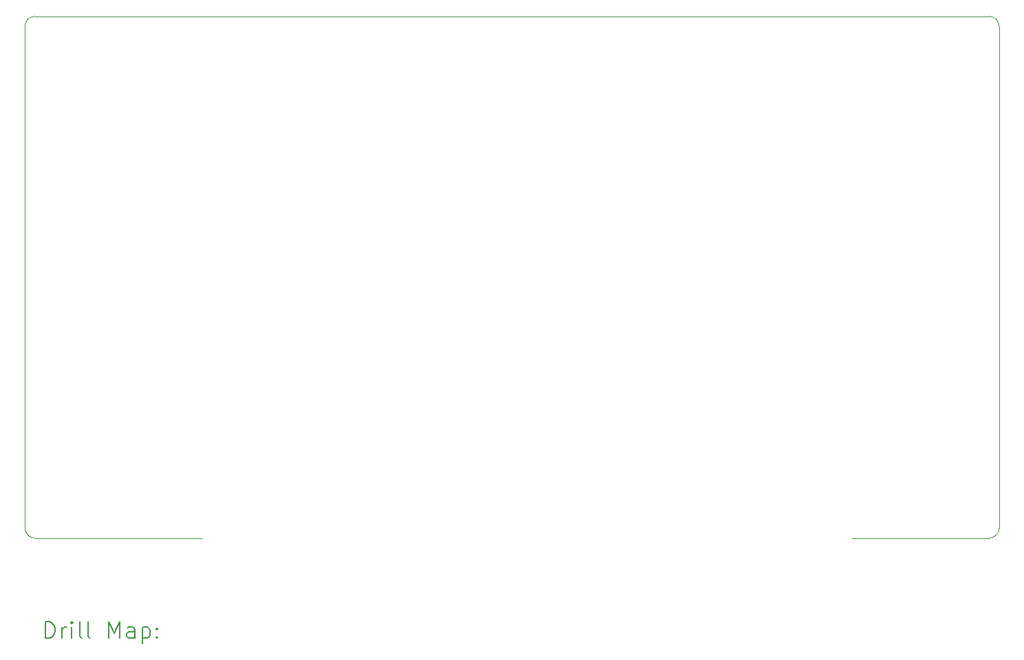
<source format=gbr>
%TF.GenerationSoftware,KiCad,Pcbnew,7.0.6*%
%TF.CreationDate,2023-07-08T15:29:32+08:00*%
%TF.ProjectId,SerialBoard,53657269-616c-4426-9f61-72642e6b6963,rev?*%
%TF.SameCoordinates,Original*%
%TF.FileFunction,Drillmap*%
%TF.FilePolarity,Positive*%
%FSLAX45Y45*%
G04 Gerber Fmt 4.5, Leading zero omitted, Abs format (unit mm)*
G04 Created by KiCad (PCBNEW 7.0.6) date 2023-07-08 15:29:32*
%MOMM*%
%LPD*%
G01*
G04 APERTURE LIST*
%ADD10C,0.100000*%
%ADD11C,0.200000*%
G04 APERTURE END LIST*
D10*
X9431020Y-12446000D02*
G75*
G03*
X9558020Y-12573000I127000J0D01*
G01*
X19608800Y-12573000D02*
X21292820Y-12573000D01*
X21419820Y-12446000D02*
X21419820Y-6273800D01*
X21292820Y-12573000D02*
G75*
G03*
X21419820Y-12446000I0J127000D01*
G01*
X21419820Y-6273800D02*
G75*
G03*
X21292820Y-6146800I-127000J0D01*
G01*
X11607800Y-12573000D02*
X9558020Y-12573000D01*
X9431020Y-12446000D02*
X9431020Y-6273800D01*
X21292820Y-6146800D02*
X9558020Y-6146800D01*
X9558020Y-6146800D02*
G75*
G03*
X9431020Y-6273800I0J-127000D01*
G01*
D11*
X9686797Y-13804884D02*
X9686797Y-13604884D01*
X9686797Y-13604884D02*
X9734416Y-13604884D01*
X9734416Y-13604884D02*
X9762987Y-13614408D01*
X9762987Y-13614408D02*
X9782035Y-13633455D01*
X9782035Y-13633455D02*
X9791559Y-13652503D01*
X9791559Y-13652503D02*
X9801083Y-13690598D01*
X9801083Y-13690598D02*
X9801083Y-13719169D01*
X9801083Y-13719169D02*
X9791559Y-13757265D01*
X9791559Y-13757265D02*
X9782035Y-13776312D01*
X9782035Y-13776312D02*
X9762987Y-13795360D01*
X9762987Y-13795360D02*
X9734416Y-13804884D01*
X9734416Y-13804884D02*
X9686797Y-13804884D01*
X9886797Y-13804884D02*
X9886797Y-13671550D01*
X9886797Y-13709646D02*
X9896321Y-13690598D01*
X9896321Y-13690598D02*
X9905844Y-13681074D01*
X9905844Y-13681074D02*
X9924892Y-13671550D01*
X9924892Y-13671550D02*
X9943940Y-13671550D01*
X10010606Y-13804884D02*
X10010606Y-13671550D01*
X10010606Y-13604884D02*
X10001083Y-13614408D01*
X10001083Y-13614408D02*
X10010606Y-13623931D01*
X10010606Y-13623931D02*
X10020130Y-13614408D01*
X10020130Y-13614408D02*
X10010606Y-13604884D01*
X10010606Y-13604884D02*
X10010606Y-13623931D01*
X10134416Y-13804884D02*
X10115368Y-13795360D01*
X10115368Y-13795360D02*
X10105844Y-13776312D01*
X10105844Y-13776312D02*
X10105844Y-13604884D01*
X10239178Y-13804884D02*
X10220130Y-13795360D01*
X10220130Y-13795360D02*
X10210606Y-13776312D01*
X10210606Y-13776312D02*
X10210606Y-13604884D01*
X10467749Y-13804884D02*
X10467749Y-13604884D01*
X10467749Y-13604884D02*
X10534416Y-13747741D01*
X10534416Y-13747741D02*
X10601083Y-13604884D01*
X10601083Y-13604884D02*
X10601083Y-13804884D01*
X10782035Y-13804884D02*
X10782035Y-13700122D01*
X10782035Y-13700122D02*
X10772511Y-13681074D01*
X10772511Y-13681074D02*
X10753464Y-13671550D01*
X10753464Y-13671550D02*
X10715368Y-13671550D01*
X10715368Y-13671550D02*
X10696321Y-13681074D01*
X10782035Y-13795360D02*
X10762987Y-13804884D01*
X10762987Y-13804884D02*
X10715368Y-13804884D01*
X10715368Y-13804884D02*
X10696321Y-13795360D01*
X10696321Y-13795360D02*
X10686797Y-13776312D01*
X10686797Y-13776312D02*
X10686797Y-13757265D01*
X10686797Y-13757265D02*
X10696321Y-13738217D01*
X10696321Y-13738217D02*
X10715368Y-13728693D01*
X10715368Y-13728693D02*
X10762987Y-13728693D01*
X10762987Y-13728693D02*
X10782035Y-13719169D01*
X10877273Y-13671550D02*
X10877273Y-13871550D01*
X10877273Y-13681074D02*
X10896321Y-13671550D01*
X10896321Y-13671550D02*
X10934416Y-13671550D01*
X10934416Y-13671550D02*
X10953464Y-13681074D01*
X10953464Y-13681074D02*
X10962987Y-13690598D01*
X10962987Y-13690598D02*
X10972511Y-13709646D01*
X10972511Y-13709646D02*
X10972511Y-13766788D01*
X10972511Y-13766788D02*
X10962987Y-13785836D01*
X10962987Y-13785836D02*
X10953464Y-13795360D01*
X10953464Y-13795360D02*
X10934416Y-13804884D01*
X10934416Y-13804884D02*
X10896321Y-13804884D01*
X10896321Y-13804884D02*
X10877273Y-13795360D01*
X11058225Y-13785836D02*
X11067749Y-13795360D01*
X11067749Y-13795360D02*
X11058225Y-13804884D01*
X11058225Y-13804884D02*
X11048702Y-13795360D01*
X11048702Y-13795360D02*
X11058225Y-13785836D01*
X11058225Y-13785836D02*
X11058225Y-13804884D01*
X11058225Y-13681074D02*
X11067749Y-13690598D01*
X11067749Y-13690598D02*
X11058225Y-13700122D01*
X11058225Y-13700122D02*
X11048702Y-13690598D01*
X11048702Y-13690598D02*
X11058225Y-13681074D01*
X11058225Y-13681074D02*
X11058225Y-13700122D01*
M02*

</source>
